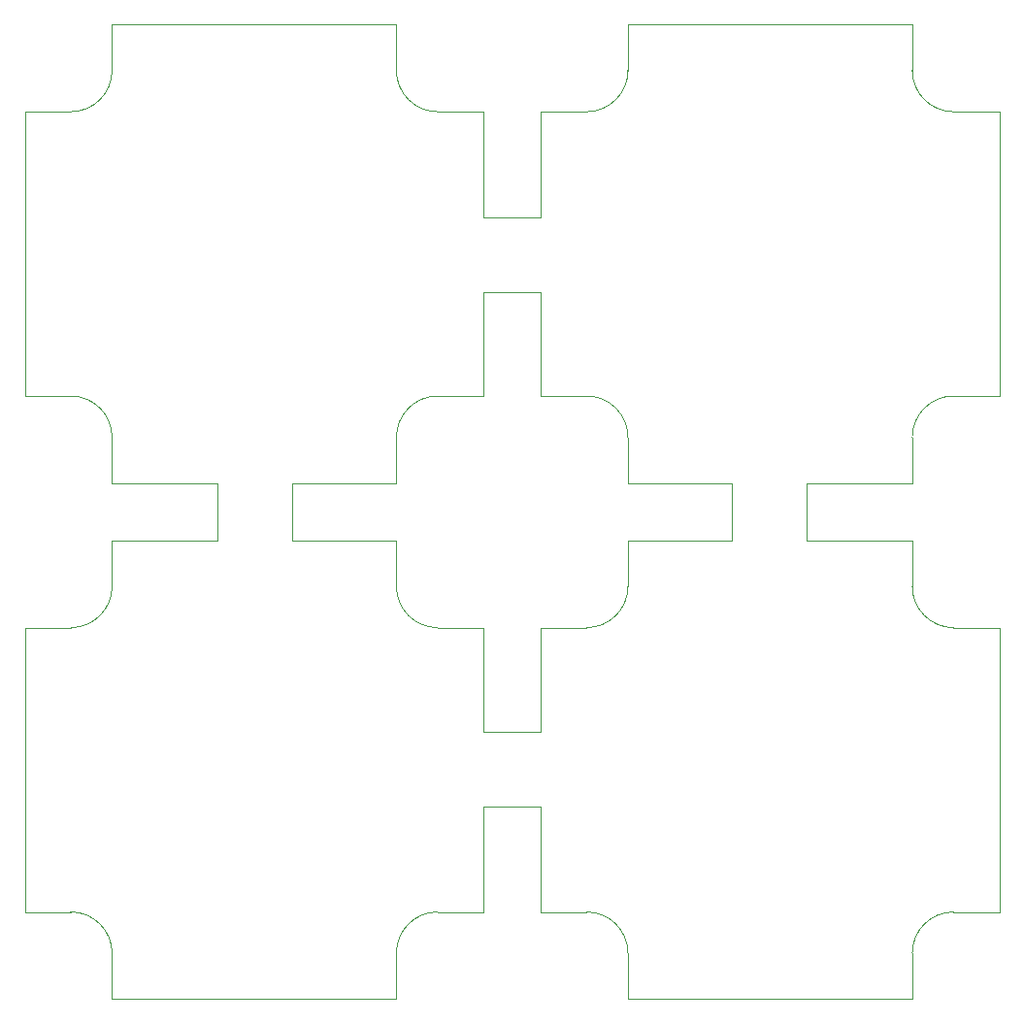
<source format=gbr>
%TF.GenerationSoftware,KiCad,Pcbnew,7.0.1*%
%TF.CreationDate,2023-09-10T14:17:04+09:00*%
%TF.ProjectId,logic_block,6c6f6769-635f-4626-9c6f-636b2e6b6963,rev?*%
%TF.SameCoordinates,Original*%
%TF.FileFunction,Profile,NP*%
%FSLAX46Y46*%
G04 Gerber Fmt 4.6, Leading zero omitted, Abs format (unit mm)*
G04 Created by KiCad (PCBNEW 7.0.1) date 2023-09-10 14:17:04*
%MOMM*%
%LPD*%
G01*
G04 APERTURE LIST*
%TA.AperFunction,Profile*%
%ADD10C,0.100000*%
%TD*%
G04 APERTURE END LIST*
D10*
X139275000Y-65840000D02*
X139275000Y-56640000D01*
X134275000Y-65840000D02*
X139275000Y-65840000D01*
X134275000Y-56640000D02*
X134275000Y-65840000D01*
X139275000Y-72340000D02*
X139275000Y-81440000D01*
X134275000Y-72340000D02*
X139275000Y-72340000D01*
X134275000Y-81440000D02*
X134275000Y-72340000D01*
X162475000Y-94040000D02*
X171675000Y-94040000D01*
X162475000Y-89040000D02*
X162475000Y-94040000D01*
X171675000Y-89040000D02*
X162475000Y-89040000D01*
X155975000Y-89040000D02*
X146875000Y-89040000D01*
X155975000Y-94040000D02*
X155975000Y-89040000D01*
X146875000Y-94040000D02*
X155975000Y-94040000D01*
X139275000Y-117240000D02*
X139275000Y-126440000D01*
X134275000Y-117240000D02*
X139275000Y-117240000D01*
X134275000Y-126440000D02*
X134275000Y-117240000D01*
X139275000Y-110740000D02*
X139275000Y-101640000D01*
X134275000Y-110740000D02*
X139275000Y-110740000D01*
X134275000Y-101640000D02*
X134275000Y-110740000D01*
X117575000Y-94040000D02*
X126675000Y-94040000D01*
X117575000Y-89040000D02*
X117575000Y-94040000D01*
X126675000Y-89040000D02*
X117575000Y-89040000D01*
X111075000Y-94040000D02*
X101875000Y-94040000D01*
X111075000Y-89040000D02*
X111075000Y-94040000D01*
X101875000Y-89040000D02*
X111075000Y-89040000D01*
X143275000Y-81440000D02*
X139275000Y-81440000D01*
X171675000Y-49040000D02*
X146875000Y-49040000D01*
X175275000Y-56640000D02*
X179275000Y-56640000D01*
X143275000Y-56640000D02*
X139275000Y-56640000D01*
X143275000Y-56640000D02*
G75*
G03*
X146875000Y-53040000I-1J3600001D01*
G01*
X171675000Y-53040000D02*
G75*
G03*
X175275000Y-56640000I3600001J1D01*
G01*
X146875000Y-85040000D02*
X146875000Y-89040000D01*
X171675000Y-85040000D02*
X171675000Y-89040000D01*
X171675000Y-53040000D02*
X171675000Y-49040000D01*
X146875000Y-53040000D02*
X146875000Y-49040000D01*
X146875000Y-85040000D02*
G75*
G03*
X143275000Y-81440000I-3600001J-1D01*
G01*
X179275000Y-56640000D02*
X179275000Y-81440000D01*
X175275000Y-81440000D02*
X179275000Y-81440000D01*
X175275000Y-81440000D02*
G75*
G03*
X171675000Y-85040000I1J-3600001D01*
G01*
X179275000Y-126440000D02*
X179275000Y-101640000D01*
X146875000Y-130040000D02*
X146875000Y-134040000D01*
X143275000Y-126440000D02*
X139275000Y-126440000D01*
X146875000Y-98040000D02*
X146875000Y-94040000D01*
X171675000Y-130040000D02*
X171675000Y-134040000D01*
X175275000Y-126440000D02*
X179275000Y-126440000D01*
X175275000Y-126440000D02*
G75*
G03*
X171675000Y-130040000I1J-3600001D01*
G01*
X143275000Y-101640000D02*
G75*
G03*
X146875000Y-98040000I-1J3600001D01*
G01*
X171675000Y-98040000D02*
G75*
G03*
X175275000Y-101640000I3600001J1D01*
G01*
X146875000Y-130040000D02*
G75*
G03*
X143275000Y-126440000I-3600001J-1D01*
G01*
X171675000Y-134040000D02*
X146875000Y-134040000D01*
X171675000Y-98040000D02*
X171675000Y-94040000D01*
X143275000Y-101640000D02*
X139275000Y-101640000D01*
X175275000Y-101640000D02*
X179275000Y-101640000D01*
X101875000Y-134040000D02*
X126675000Y-134040000D01*
X98275000Y-101640000D02*
X94275000Y-101640000D01*
X101875000Y-98040000D02*
X101875000Y-94040000D01*
X130275000Y-101640000D02*
X134275000Y-101640000D01*
X98275000Y-126440000D02*
X94275000Y-126440000D01*
X101875000Y-130040000D02*
X101875000Y-134040000D01*
X101875000Y-130040000D02*
G75*
G03*
X98275000Y-126440000I-3600001J-1D01*
G01*
X126675000Y-98040000D02*
G75*
G03*
X130275000Y-101640000I3600001J1D01*
G01*
X130275000Y-126440000D02*
G75*
G03*
X126675000Y-130040000I1J-3600001D01*
G01*
X98275000Y-101640000D02*
G75*
G03*
X101875000Y-98040000I0J3600000D01*
G01*
X94275000Y-126440000D02*
X94275000Y-101640000D01*
X130275000Y-126440000D02*
X134275000Y-126440000D01*
X126675000Y-98040000D02*
X126675000Y-94040000D01*
X126675000Y-130040000D02*
X126675000Y-134040000D01*
X130275000Y-81440000D02*
G75*
G03*
X126675000Y-85040000I0J-3600000D01*
G01*
X98275000Y-56640000D02*
X94275000Y-56640000D01*
X98275000Y-56640000D02*
G75*
G03*
X101875000Y-53040000I0J3600000D01*
G01*
X101875000Y-85040000D02*
X101875000Y-89040000D01*
X98275000Y-81440000D02*
X94275000Y-81440000D01*
X130275000Y-81440000D02*
X134275000Y-81440000D01*
X101875000Y-85040000D02*
G75*
G03*
X98275000Y-81440000I-3600000J0D01*
G01*
X101875000Y-53040000D02*
X101875000Y-49040000D01*
X126675000Y-53040000D02*
G75*
G03*
X130275000Y-56640000I3600000J0D01*
G01*
X101875000Y-49040000D02*
X126675000Y-49040000D01*
X130275000Y-56640000D02*
X134275000Y-56640000D01*
X126675000Y-85040000D02*
X126675000Y-89040000D01*
X94275000Y-56640000D02*
X94275000Y-81440000D01*
X126675000Y-53040000D02*
X126675000Y-49040000D01*
M02*

</source>
